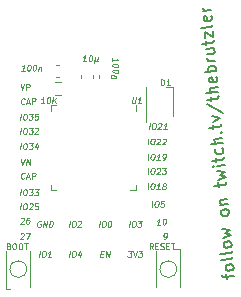
<source format=gbr>
%TF.GenerationSoftware,KiCad,Pcbnew,(5.99.0-10506-gb986797469)*%
%TF.CreationDate,2021-09-09T23:38:44+02:00*%
%TF.ProjectId,ESP31,45535033-312e-46b6-9963-61645f706362,rev?*%
%TF.SameCoordinates,Original*%
%TF.FileFunction,Legend,Top*%
%TF.FilePolarity,Positive*%
%FSLAX46Y46*%
G04 Gerber Fmt 4.6, Leading zero omitted, Abs format (unit mm)*
G04 Created by KiCad (PCBNEW (5.99.0-10506-gb986797469)) date 2021-09-09 23:38:44*
%MOMM*%
%LPD*%
G01*
G04 APERTURE LIST*
%ADD10C,0.100000*%
%ADD11C,0.150000*%
%ADD12C,0.120000*%
G04 APERTURE END LIST*
D10*
X105378258Y-108973809D02*
X105405044Y-108950000D01*
X105455639Y-108926190D01*
X105574687Y-108926190D01*
X105619330Y-108950000D01*
X105640163Y-108973809D01*
X105658020Y-109021428D01*
X105652068Y-109069047D01*
X105619330Y-109140476D01*
X105297901Y-109426190D01*
X105607425Y-109426190D01*
X106098497Y-108926190D02*
X106003258Y-108926190D01*
X105952663Y-108950000D01*
X105925877Y-108973809D01*
X105869330Y-109045238D01*
X105833616Y-109140476D01*
X105809806Y-109330952D01*
X105827663Y-109378571D01*
X105848497Y-109402380D01*
X105893139Y-109426190D01*
X105988377Y-109426190D01*
X106038973Y-109402380D01*
X106065758Y-109378571D01*
X106095520Y-109330952D01*
X106110401Y-109211904D01*
X106092544Y-109164285D01*
X106071711Y-109140476D01*
X106027068Y-109116666D01*
X105931830Y-109116666D01*
X105881235Y-109140476D01*
X105854449Y-109164285D01*
X105824687Y-109211904D01*
X116553809Y-111586190D02*
X116387142Y-111348095D01*
X116268095Y-111586190D02*
X116268095Y-111086190D01*
X116458571Y-111086190D01*
X116506190Y-111110000D01*
X116530000Y-111133809D01*
X116553809Y-111181428D01*
X116553809Y-111252857D01*
X116530000Y-111300476D01*
X116506190Y-111324285D01*
X116458571Y-111348095D01*
X116268095Y-111348095D01*
X116768095Y-111324285D02*
X116934761Y-111324285D01*
X117006190Y-111586190D02*
X116768095Y-111586190D01*
X116768095Y-111086190D01*
X117006190Y-111086190D01*
X117196666Y-111562380D02*
X117268095Y-111586190D01*
X117387142Y-111586190D01*
X117434761Y-111562380D01*
X117458571Y-111538571D01*
X117482380Y-111490952D01*
X117482380Y-111443333D01*
X117458571Y-111395714D01*
X117434761Y-111371904D01*
X117387142Y-111348095D01*
X117291904Y-111324285D01*
X117244285Y-111300476D01*
X117220476Y-111276666D01*
X117196666Y-111229047D01*
X117196666Y-111181428D01*
X117220476Y-111133809D01*
X117244285Y-111110000D01*
X117291904Y-111086190D01*
X117410952Y-111086190D01*
X117482380Y-111110000D01*
X117696666Y-111324285D02*
X117863333Y-111324285D01*
X117934761Y-111586190D02*
X117696666Y-111586190D01*
X117696666Y-111086190D01*
X117934761Y-111086190D01*
X118077619Y-111086190D02*
X118363333Y-111086190D01*
X118220476Y-111586190D02*
X118220476Y-111086190D01*
X105314568Y-101826190D02*
X105377068Y-101326190D01*
X105710401Y-101326190D02*
X105805639Y-101326190D01*
X105850282Y-101350000D01*
X105891949Y-101397619D01*
X105903854Y-101492857D01*
X105883020Y-101659523D01*
X105847306Y-101754761D01*
X105793735Y-101802380D01*
X105743139Y-101826190D01*
X105647901Y-101826190D01*
X105603258Y-101802380D01*
X105561592Y-101754761D01*
X105549687Y-101659523D01*
X105570520Y-101492857D01*
X105606235Y-101397619D01*
X105659806Y-101350000D01*
X105710401Y-101326190D01*
X106091354Y-101326190D02*
X106400877Y-101326190D01*
X106210401Y-101516666D01*
X106281830Y-101516666D01*
X106326473Y-101540476D01*
X106347306Y-101564285D01*
X106365163Y-101611904D01*
X106350282Y-101730952D01*
X106320520Y-101778571D01*
X106293735Y-101802380D01*
X106243139Y-101826190D01*
X106100282Y-101826190D01*
X106055639Y-101802380D01*
X106034806Y-101778571D01*
X106585401Y-101373809D02*
X106612187Y-101350000D01*
X106662782Y-101326190D01*
X106781830Y-101326190D01*
X106826473Y-101350000D01*
X106847306Y-101373809D01*
X106865163Y-101421428D01*
X106859211Y-101469047D01*
X106826473Y-101540476D01*
X106505044Y-101826190D01*
X106814568Y-101826190D01*
X116114568Y-104026190D02*
X116177068Y-103526190D01*
X116510401Y-103526190D02*
X116605639Y-103526190D01*
X116650282Y-103550000D01*
X116691949Y-103597619D01*
X116703854Y-103692857D01*
X116683020Y-103859523D01*
X116647306Y-103954761D01*
X116593735Y-104002380D01*
X116543139Y-104026190D01*
X116447901Y-104026190D01*
X116403258Y-104002380D01*
X116361592Y-103954761D01*
X116349687Y-103859523D01*
X116370520Y-103692857D01*
X116406235Y-103597619D01*
X116459806Y-103550000D01*
X116510401Y-103526190D01*
X117138377Y-104026190D02*
X116852663Y-104026190D01*
X116995520Y-104026190D02*
X117058020Y-103526190D01*
X117001473Y-103597619D01*
X116947901Y-103645238D01*
X116897306Y-103669047D01*
X117376473Y-104026190D02*
X117471711Y-104026190D01*
X117522306Y-104002380D01*
X117549092Y-103978571D01*
X117605639Y-103907142D01*
X117641354Y-103811904D01*
X117665163Y-103621428D01*
X117647306Y-103573809D01*
X117626473Y-103550000D01*
X117581830Y-103526190D01*
X117486592Y-103526190D01*
X117435997Y-103550000D01*
X117409211Y-103573809D01*
X117379449Y-103621428D01*
X117364568Y-103740476D01*
X117382425Y-103788095D01*
X117403258Y-103811904D01*
X117447901Y-103835714D01*
X117543139Y-103835714D01*
X117593735Y-103811904D01*
X117620520Y-103788095D01*
X117650282Y-103740476D01*
X107073235Y-109224000D02*
X107028592Y-109200190D01*
X106957163Y-109200190D01*
X106882758Y-109224000D01*
X106829187Y-109271619D01*
X106799425Y-109319238D01*
X106763711Y-109414476D01*
X106754782Y-109485904D01*
X106766687Y-109581142D01*
X106784544Y-109628761D01*
X106826211Y-109676380D01*
X106894663Y-109700190D01*
X106942282Y-109700190D01*
X107016687Y-109676380D01*
X107043473Y-109652571D01*
X107064306Y-109485904D01*
X106969068Y-109485904D01*
X107251806Y-109700190D02*
X107314306Y-109200190D01*
X107537520Y-109700190D01*
X107600020Y-109200190D01*
X107775616Y-109700190D02*
X107838116Y-109200190D01*
X107957163Y-109200190D01*
X108025616Y-109224000D01*
X108067282Y-109271619D01*
X108085139Y-109319238D01*
X108097044Y-109414476D01*
X108088116Y-109485904D01*
X108052401Y-109581142D01*
X108022639Y-109628761D01*
X107969068Y-109676380D01*
X107894663Y-109700190D01*
X107775616Y-109700190D01*
X105353258Y-110273809D02*
X105380044Y-110250000D01*
X105430639Y-110226190D01*
X105549687Y-110226190D01*
X105594330Y-110250000D01*
X105615163Y-110273809D01*
X105633020Y-110321428D01*
X105627068Y-110369047D01*
X105594330Y-110440476D01*
X105272901Y-110726190D01*
X105582425Y-110726190D01*
X105811592Y-110226190D02*
X106144925Y-110226190D01*
X105868139Y-110726190D01*
X105649092Y-105578571D02*
X105622306Y-105602380D01*
X105547901Y-105626190D01*
X105500282Y-105626190D01*
X105431830Y-105602380D01*
X105390163Y-105554761D01*
X105372306Y-105507142D01*
X105360401Y-105411904D01*
X105369330Y-105340476D01*
X105405044Y-105245238D01*
X105434806Y-105197619D01*
X105488377Y-105150000D01*
X105562782Y-105126190D01*
X105610401Y-105126190D01*
X105678854Y-105150000D01*
X105699687Y-105173809D01*
X105851473Y-105483333D02*
X106089568Y-105483333D01*
X105785997Y-105626190D02*
X106015163Y-105126190D01*
X106119330Y-105626190D01*
X106285997Y-105626190D02*
X106348497Y-105126190D01*
X106538973Y-105126190D01*
X106583616Y-105150000D01*
X106604449Y-105173809D01*
X106622306Y-105221428D01*
X106613377Y-105292857D01*
X106583616Y-105340476D01*
X106556830Y-105364285D01*
X106506235Y-105388095D01*
X106315758Y-105388095D01*
X116114568Y-102726190D02*
X116177068Y-102226190D01*
X116510401Y-102226190D02*
X116605639Y-102226190D01*
X116650282Y-102250000D01*
X116691949Y-102297619D01*
X116703854Y-102392857D01*
X116683020Y-102559523D01*
X116647306Y-102654761D01*
X116593735Y-102702380D01*
X116543139Y-102726190D01*
X116447901Y-102726190D01*
X116403258Y-102702380D01*
X116361592Y-102654761D01*
X116349687Y-102559523D01*
X116370520Y-102392857D01*
X116406235Y-102297619D01*
X116459806Y-102250000D01*
X116510401Y-102226190D01*
X116909211Y-102273809D02*
X116935997Y-102250000D01*
X116986592Y-102226190D01*
X117105639Y-102226190D01*
X117150282Y-102250000D01*
X117171116Y-102273809D01*
X117188973Y-102321428D01*
X117183020Y-102369047D01*
X117150282Y-102440476D01*
X116828854Y-102726190D01*
X117138377Y-102726190D01*
X117385401Y-102273809D02*
X117412187Y-102250000D01*
X117462782Y-102226190D01*
X117581830Y-102226190D01*
X117626473Y-102250000D01*
X117647306Y-102273809D01*
X117665163Y-102321428D01*
X117659211Y-102369047D01*
X117626473Y-102440476D01*
X117305044Y-102726190D01*
X117614568Y-102726190D01*
X107357425Y-99226190D02*
X107071711Y-99226190D01*
X107214568Y-99226190D02*
X107277068Y-98726190D01*
X107220520Y-98797619D01*
X107166949Y-98845238D01*
X107116354Y-98869047D01*
X107729449Y-98726190D02*
X107777068Y-98726190D01*
X107821711Y-98750000D01*
X107842544Y-98773809D01*
X107860401Y-98821428D01*
X107872306Y-98916666D01*
X107857425Y-99035714D01*
X107821711Y-99130952D01*
X107791949Y-99178571D01*
X107765163Y-99202380D01*
X107714568Y-99226190D01*
X107666949Y-99226190D01*
X107622306Y-99202380D01*
X107601473Y-99178571D01*
X107583616Y-99130952D01*
X107571711Y-99035714D01*
X107586592Y-98916666D01*
X107622306Y-98821428D01*
X107652068Y-98773809D01*
X107678854Y-98750000D01*
X107729449Y-98726190D01*
X108047901Y-99226190D02*
X108110401Y-98726190D01*
X108333616Y-99226190D02*
X108155044Y-98940476D01*
X108396116Y-98726190D02*
X108074687Y-99011904D01*
X105386592Y-103926190D02*
X105490758Y-104426190D01*
X105719925Y-103926190D01*
X105824092Y-104426190D02*
X105886592Y-103926190D01*
X106109806Y-104426190D01*
X106172306Y-103926190D01*
X105649092Y-99278571D02*
X105622306Y-99302380D01*
X105547901Y-99326190D01*
X105500282Y-99326190D01*
X105431830Y-99302380D01*
X105390163Y-99254761D01*
X105372306Y-99207142D01*
X105360401Y-99111904D01*
X105369330Y-99040476D01*
X105405044Y-98945238D01*
X105434806Y-98897619D01*
X105488377Y-98850000D01*
X105562782Y-98826190D01*
X105610401Y-98826190D01*
X105678854Y-98850000D01*
X105699687Y-98873809D01*
X105851473Y-99183333D02*
X106089568Y-99183333D01*
X105785997Y-99326190D02*
X106015163Y-98826190D01*
X106119330Y-99326190D01*
X106285997Y-99326190D02*
X106348497Y-98826190D01*
X106538973Y-98826190D01*
X106583616Y-98850000D01*
X106604449Y-98873809D01*
X106622306Y-98921428D01*
X106613377Y-98992857D01*
X106583616Y-99040476D01*
X106556830Y-99064285D01*
X106506235Y-99088095D01*
X106315758Y-99088095D01*
X105314568Y-103126190D02*
X105377068Y-102626190D01*
X105710401Y-102626190D02*
X105805639Y-102626190D01*
X105850282Y-102650000D01*
X105891949Y-102697619D01*
X105903854Y-102792857D01*
X105883020Y-102959523D01*
X105847306Y-103054761D01*
X105793735Y-103102380D01*
X105743139Y-103126190D01*
X105647901Y-103126190D01*
X105603258Y-103102380D01*
X105561592Y-103054761D01*
X105549687Y-102959523D01*
X105570520Y-102792857D01*
X105606235Y-102697619D01*
X105659806Y-102650000D01*
X105710401Y-102626190D01*
X106091354Y-102626190D02*
X106400877Y-102626190D01*
X106210401Y-102816666D01*
X106281830Y-102816666D01*
X106326473Y-102840476D01*
X106347306Y-102864285D01*
X106365163Y-102911904D01*
X106350282Y-103030952D01*
X106320520Y-103078571D01*
X106293735Y-103102380D01*
X106243139Y-103126190D01*
X106100282Y-103126190D01*
X106055639Y-103102380D01*
X106034806Y-103078571D01*
X106808616Y-102792857D02*
X106766949Y-103126190D01*
X106713377Y-102602380D02*
X106549687Y-102959523D01*
X106859211Y-102959523D01*
X105314568Y-100626190D02*
X105377068Y-100126190D01*
X105710401Y-100126190D02*
X105805639Y-100126190D01*
X105850282Y-100150000D01*
X105891949Y-100197619D01*
X105903854Y-100292857D01*
X105883020Y-100459523D01*
X105847306Y-100554761D01*
X105793735Y-100602380D01*
X105743139Y-100626190D01*
X105647901Y-100626190D01*
X105603258Y-100602380D01*
X105561592Y-100554761D01*
X105549687Y-100459523D01*
X105570520Y-100292857D01*
X105606235Y-100197619D01*
X105659806Y-100150000D01*
X105710401Y-100126190D01*
X106091354Y-100126190D02*
X106400877Y-100126190D01*
X106210401Y-100316666D01*
X106281830Y-100316666D01*
X106326473Y-100340476D01*
X106347306Y-100364285D01*
X106365163Y-100411904D01*
X106350282Y-100530952D01*
X106320520Y-100578571D01*
X106293735Y-100602380D01*
X106243139Y-100626190D01*
X106100282Y-100626190D01*
X106055639Y-100602380D01*
X106034806Y-100578571D01*
X106853258Y-100126190D02*
X106615163Y-100126190D01*
X106561592Y-100364285D01*
X106588377Y-100340476D01*
X106638973Y-100316666D01*
X106758020Y-100316666D01*
X106802663Y-100340476D01*
X106823497Y-100364285D01*
X106841354Y-100411904D01*
X106826473Y-100530952D01*
X106796711Y-100578571D01*
X106769925Y-100602380D01*
X106719330Y-100626190D01*
X106600282Y-100626190D01*
X106555639Y-100602380D01*
X106534806Y-100578571D01*
X114834211Y-98726190D02*
X114783616Y-99130952D01*
X114801473Y-99178571D01*
X114822306Y-99202380D01*
X114866949Y-99226190D01*
X114962187Y-99226190D01*
X115012782Y-99202380D01*
X115039568Y-99178571D01*
X115069330Y-99130952D01*
X115119925Y-98726190D01*
X115557425Y-99226190D02*
X115271711Y-99226190D01*
X115414568Y-99226190D02*
X115477068Y-98726190D01*
X115420520Y-98797619D01*
X115366949Y-98845238D01*
X115316354Y-98869047D01*
X114458116Y-111740190D02*
X114767639Y-111740190D01*
X114577163Y-111930666D01*
X114648592Y-111930666D01*
X114693235Y-111954476D01*
X114714068Y-111978285D01*
X114731925Y-112025904D01*
X114717044Y-112144952D01*
X114687282Y-112192571D01*
X114660497Y-112216380D01*
X114609901Y-112240190D01*
X114467044Y-112240190D01*
X114422401Y-112216380D01*
X114401568Y-112192571D01*
X114910497Y-111740190D02*
X115014663Y-112240190D01*
X115243830Y-111740190D01*
X115362877Y-111740190D02*
X115672401Y-111740190D01*
X115481925Y-111930666D01*
X115553354Y-111930666D01*
X115597997Y-111954476D01*
X115618830Y-111978285D01*
X115636687Y-112025904D01*
X115621806Y-112144952D01*
X115592044Y-112192571D01*
X115565258Y-112216380D01*
X115514663Y-112240190D01*
X115371806Y-112240190D01*
X115327163Y-112216380D01*
X115306330Y-112192571D01*
X111974663Y-109700190D02*
X112037163Y-109200190D01*
X112370497Y-109200190D02*
X112465735Y-109200190D01*
X112510377Y-109224000D01*
X112552044Y-109271619D01*
X112563949Y-109366857D01*
X112543116Y-109533523D01*
X112507401Y-109628761D01*
X112453830Y-109676380D01*
X112403235Y-109700190D01*
X112307997Y-109700190D01*
X112263354Y-109676380D01*
X112221687Y-109628761D01*
X112209782Y-109533523D01*
X112230616Y-109366857D01*
X112266330Y-109271619D01*
X112319901Y-109224000D01*
X112370497Y-109200190D01*
X112894306Y-109200190D02*
X112941925Y-109200190D01*
X112986568Y-109224000D01*
X113007401Y-109247809D01*
X113025258Y-109295428D01*
X113037163Y-109390666D01*
X113022282Y-109509714D01*
X112986568Y-109604952D01*
X112956806Y-109652571D01*
X112930020Y-109676380D01*
X112879425Y-109700190D01*
X112831806Y-109700190D01*
X112787163Y-109676380D01*
X112766330Y-109652571D01*
X112748473Y-109604952D01*
X112736568Y-109509714D01*
X112751449Y-109390666D01*
X112787163Y-109295428D01*
X112816925Y-109247809D01*
X112843711Y-109224000D01*
X112894306Y-109200190D01*
X109434663Y-112240190D02*
X109497163Y-111740190D01*
X109830497Y-111740190D02*
X109925735Y-111740190D01*
X109970377Y-111764000D01*
X110012044Y-111811619D01*
X110023949Y-111906857D01*
X110003116Y-112073523D01*
X109967401Y-112168761D01*
X109913830Y-112216380D01*
X109863235Y-112240190D01*
X109767997Y-112240190D01*
X109723354Y-112216380D01*
X109681687Y-112168761D01*
X109669782Y-112073523D01*
X109690616Y-111906857D01*
X109726330Y-111811619D01*
X109779901Y-111764000D01*
X109830497Y-111740190D01*
X110452520Y-111906857D02*
X110410854Y-112240190D01*
X110357282Y-111716380D02*
X110193592Y-112073523D01*
X110503116Y-112073523D01*
X117457425Y-110726190D02*
X117552663Y-110726190D01*
X117603258Y-110702380D01*
X117630044Y-110678571D01*
X117686592Y-110607142D01*
X117722306Y-110511904D01*
X117746116Y-110321428D01*
X117728258Y-110273809D01*
X117707425Y-110250000D01*
X117662782Y-110226190D01*
X117567544Y-110226190D01*
X117516949Y-110250000D01*
X117490163Y-110273809D01*
X117460401Y-110321428D01*
X117445520Y-110440476D01*
X117463377Y-110488095D01*
X117484211Y-110511904D01*
X117528854Y-110535714D01*
X117624092Y-110535714D01*
X117674687Y-110511904D01*
X117701473Y-110488095D01*
X117731235Y-110440476D01*
X105314568Y-107026190D02*
X105377068Y-106526190D01*
X105710401Y-106526190D02*
X105805639Y-106526190D01*
X105850282Y-106550000D01*
X105891949Y-106597619D01*
X105903854Y-106692857D01*
X105883020Y-106859523D01*
X105847306Y-106954761D01*
X105793735Y-107002380D01*
X105743139Y-107026190D01*
X105647901Y-107026190D01*
X105603258Y-107002380D01*
X105561592Y-106954761D01*
X105549687Y-106859523D01*
X105570520Y-106692857D01*
X105606235Y-106597619D01*
X105659806Y-106550000D01*
X105710401Y-106526190D01*
X106091354Y-106526190D02*
X106400877Y-106526190D01*
X106210401Y-106716666D01*
X106281830Y-106716666D01*
X106326473Y-106740476D01*
X106347306Y-106764285D01*
X106365163Y-106811904D01*
X106350282Y-106930952D01*
X106320520Y-106978571D01*
X106293735Y-107002380D01*
X106243139Y-107026190D01*
X106100282Y-107026190D01*
X106055639Y-107002380D01*
X106034806Y-106978571D01*
X106567544Y-106526190D02*
X106877068Y-106526190D01*
X106686592Y-106716666D01*
X106758020Y-106716666D01*
X106802663Y-106740476D01*
X106823497Y-106764285D01*
X106841354Y-106811904D01*
X106826473Y-106930952D01*
X106796711Y-106978571D01*
X106769925Y-107002380D01*
X106719330Y-107026190D01*
X106576473Y-107026190D01*
X106531830Y-107002380D01*
X106510997Y-106978571D01*
X116214568Y-101426190D02*
X116277068Y-100926190D01*
X116610401Y-100926190D02*
X116705639Y-100926190D01*
X116750282Y-100950000D01*
X116791949Y-100997619D01*
X116803854Y-101092857D01*
X116783020Y-101259523D01*
X116747306Y-101354761D01*
X116693735Y-101402380D01*
X116643139Y-101426190D01*
X116547901Y-101426190D01*
X116503258Y-101402380D01*
X116461592Y-101354761D01*
X116449687Y-101259523D01*
X116470520Y-101092857D01*
X116506235Y-100997619D01*
X116559806Y-100950000D01*
X116610401Y-100926190D01*
X117009211Y-100973809D02*
X117035997Y-100950000D01*
X117086592Y-100926190D01*
X117205639Y-100926190D01*
X117250282Y-100950000D01*
X117271116Y-100973809D01*
X117288973Y-101021428D01*
X117283020Y-101069047D01*
X117250282Y-101140476D01*
X116928854Y-101426190D01*
X117238377Y-101426190D01*
X117714568Y-101426190D02*
X117428854Y-101426190D01*
X117571711Y-101426190D02*
X117634211Y-100926190D01*
X117577663Y-100997619D01*
X117524092Y-101045238D01*
X117473497Y-101069047D01*
X105314568Y-108226190D02*
X105377068Y-107726190D01*
X105710401Y-107726190D02*
X105805639Y-107726190D01*
X105850282Y-107750000D01*
X105891949Y-107797619D01*
X105903854Y-107892857D01*
X105883020Y-108059523D01*
X105847306Y-108154761D01*
X105793735Y-108202380D01*
X105743139Y-108226190D01*
X105647901Y-108226190D01*
X105603258Y-108202380D01*
X105561592Y-108154761D01*
X105549687Y-108059523D01*
X105570520Y-107892857D01*
X105606235Y-107797619D01*
X105659806Y-107750000D01*
X105710401Y-107726190D01*
X106109211Y-107773809D02*
X106135997Y-107750000D01*
X106186592Y-107726190D01*
X106305639Y-107726190D01*
X106350282Y-107750000D01*
X106371116Y-107773809D01*
X106388973Y-107821428D01*
X106383020Y-107869047D01*
X106350282Y-107940476D01*
X106028854Y-108226190D01*
X106338377Y-108226190D01*
X106853258Y-107726190D02*
X106615163Y-107726190D01*
X106561592Y-107964285D01*
X106588377Y-107940476D01*
X106638973Y-107916666D01*
X106758020Y-107916666D01*
X106802663Y-107940476D01*
X106823497Y-107964285D01*
X106841354Y-108011904D01*
X106826473Y-108130952D01*
X106796711Y-108178571D01*
X106769925Y-108202380D01*
X106719330Y-108226190D01*
X106600282Y-108226190D01*
X106555639Y-108202380D01*
X106534806Y-108178571D01*
X112138354Y-111978285D02*
X112305020Y-111978285D01*
X112343711Y-112240190D02*
X112105616Y-112240190D01*
X112168116Y-111740190D01*
X112406211Y-111740190D01*
X112557997Y-112240190D02*
X112620497Y-111740190D01*
X112843711Y-112240190D01*
X112906211Y-111740190D01*
X105693139Y-96476190D02*
X105407425Y-96476190D01*
X105550282Y-96476190D02*
X105612782Y-95976190D01*
X105556235Y-96047619D01*
X105502663Y-96095238D01*
X105452068Y-96119047D01*
X106065163Y-95976190D02*
X106112782Y-95976190D01*
X106157425Y-96000000D01*
X106178258Y-96023809D01*
X106196116Y-96071428D01*
X106208020Y-96166666D01*
X106193139Y-96285714D01*
X106157425Y-96380952D01*
X106127663Y-96428571D01*
X106100877Y-96452380D01*
X106050282Y-96476190D01*
X106002663Y-96476190D01*
X105958020Y-96452380D01*
X105937187Y-96428571D01*
X105919330Y-96380952D01*
X105907425Y-96285714D01*
X105922306Y-96166666D01*
X105958020Y-96071428D01*
X105987782Y-96023809D01*
X106014568Y-96000000D01*
X106065163Y-95976190D01*
X106541354Y-95976190D02*
X106588973Y-95976190D01*
X106633616Y-96000000D01*
X106654449Y-96023809D01*
X106672306Y-96071428D01*
X106684211Y-96166666D01*
X106669330Y-96285714D01*
X106633616Y-96380952D01*
X106603854Y-96428571D01*
X106577068Y-96452380D01*
X106526473Y-96476190D01*
X106478854Y-96476190D01*
X106434211Y-96452380D01*
X106413377Y-96428571D01*
X106395520Y-96380952D01*
X106383616Y-96285714D01*
X106398497Y-96166666D01*
X106434211Y-96071428D01*
X106463973Y-96023809D01*
X106490758Y-96000000D01*
X106541354Y-95976190D01*
X106901473Y-96142857D02*
X106859806Y-96476190D01*
X106895520Y-96190476D02*
X106922306Y-96166666D01*
X106972901Y-96142857D01*
X107044330Y-96142857D01*
X107088973Y-96166666D01*
X107106830Y-96214285D01*
X107074092Y-96476190D01*
D11*
X122790895Y-114098634D02*
X122757693Y-113719131D01*
X123442574Y-113898216D02*
X122588693Y-113972921D01*
X122489667Y-113933784D01*
X122433929Y-113843059D01*
X122425628Y-113748183D01*
X123380320Y-113186649D02*
X123341183Y-113285675D01*
X123297895Y-113337263D01*
X123207170Y-113393001D01*
X122922543Y-113417903D01*
X122823517Y-113378765D01*
X122771929Y-113335478D01*
X122716190Y-113244753D01*
X122703740Y-113102439D01*
X122742877Y-113003413D01*
X122786165Y-112951825D01*
X122876890Y-112896087D01*
X123161517Y-112871185D01*
X123260543Y-112910322D01*
X123312131Y-112953610D01*
X123367869Y-113044335D01*
X123380320Y-113186649D01*
X123301465Y-112285330D02*
X123262328Y-112384356D01*
X123171602Y-112440094D01*
X122317721Y-112514799D01*
X123255812Y-111763513D02*
X123216675Y-111862539D01*
X123125949Y-111918278D01*
X122272068Y-111992983D01*
X123210159Y-111241697D02*
X123171022Y-111340723D01*
X123127734Y-111392311D01*
X123037009Y-111448050D01*
X122752382Y-111472951D01*
X122653356Y-111433814D01*
X122601768Y-111390526D01*
X122546029Y-111299801D01*
X122533578Y-111157487D01*
X122572716Y-111058461D01*
X122616003Y-111006873D01*
X122706729Y-110951135D01*
X122991356Y-110926233D01*
X123090382Y-110965371D01*
X123141970Y-111008658D01*
X123197708Y-111099384D01*
X123210159Y-111241697D01*
X122487925Y-110635671D02*
X123135454Y-110387816D01*
X122644475Y-110239567D01*
X123102252Y-110008313D01*
X122421521Y-109876666D01*
X122973593Y-108537740D02*
X122934456Y-108636766D01*
X122891169Y-108688354D01*
X122800443Y-108744093D01*
X122515816Y-108768994D01*
X122416790Y-108729857D01*
X122365202Y-108686569D01*
X122309464Y-108595844D01*
X122297013Y-108453530D01*
X122336150Y-108354504D01*
X122379438Y-108302916D01*
X122470163Y-108247178D01*
X122754790Y-108222276D01*
X122853816Y-108261414D01*
X122905404Y-108304701D01*
X122961143Y-108395427D01*
X122973593Y-108537740D01*
X122243059Y-107836838D02*
X122907189Y-107778735D01*
X122337935Y-107828538D02*
X122286347Y-107785250D01*
X122230608Y-107694525D01*
X122218158Y-107552211D01*
X122257295Y-107453185D01*
X122348020Y-107397447D01*
X122869837Y-107351794D01*
X122110251Y-106318827D02*
X122077048Y-105939325D01*
X121765735Y-106205566D02*
X122619616Y-106130861D01*
X122710341Y-106075123D01*
X122749479Y-105976097D01*
X122741178Y-105881221D01*
X122056297Y-105702136D02*
X122703826Y-105454280D01*
X122212846Y-105306032D01*
X122670623Y-105074778D01*
X121989893Y-104943130D01*
X122620820Y-104505523D02*
X121956690Y-104563627D01*
X121624626Y-104592679D02*
X121676214Y-104635967D01*
X121719501Y-104584379D01*
X121667913Y-104541091D01*
X121624626Y-104592679D01*
X121719501Y-104584379D01*
X121927639Y-104231562D02*
X121894436Y-103852060D01*
X121583123Y-104118301D02*
X122437004Y-104043596D01*
X122527729Y-103987857D01*
X122566867Y-103888831D01*
X122558566Y-103793956D01*
X122444724Y-103039101D02*
X122500462Y-103129826D01*
X122517063Y-103319577D01*
X122477926Y-103418603D01*
X122434639Y-103470191D01*
X122343913Y-103525930D01*
X122059286Y-103550831D01*
X121960260Y-103511694D01*
X121908672Y-103468407D01*
X121852934Y-103377681D01*
X121836332Y-103187930D01*
X121875470Y-103088904D01*
X122454809Y-102608010D02*
X121458615Y-102695165D01*
X122417457Y-102181069D02*
X121895641Y-102226722D01*
X121804915Y-102282461D01*
X121765778Y-102381487D01*
X121778229Y-102523800D01*
X121833967Y-102614525D01*
X121885555Y-102657813D01*
X122281078Y-101714991D02*
X122324366Y-101663403D01*
X122375954Y-101706691D01*
X122332667Y-101758279D01*
X122281078Y-101714991D01*
X122375954Y-101706691D01*
X121682772Y-101432730D02*
X121649570Y-101053227D01*
X121338257Y-101319468D02*
X122192138Y-101244763D01*
X122282863Y-101189025D01*
X122322001Y-101089999D01*
X122313700Y-100995123D01*
X121628819Y-100816038D02*
X122272197Y-100520745D01*
X121587316Y-100341659D01*
X121112357Y-99283791D02*
X122467884Y-100025615D01*
X121475259Y-99060838D02*
X121442057Y-98681335D01*
X121130743Y-98947576D02*
X121984624Y-98872871D01*
X122075350Y-98817133D01*
X122114487Y-98718107D01*
X122106186Y-98623231D01*
X122077134Y-98291166D02*
X121080940Y-98378322D01*
X122039782Y-97864225D02*
X121517966Y-97909878D01*
X121427240Y-97965617D01*
X121388103Y-98064643D01*
X121400554Y-98206956D01*
X121456292Y-98297682D01*
X121507880Y-98340969D01*
X121917639Y-97014495D02*
X121973378Y-97105220D01*
X121989979Y-97294971D01*
X121950841Y-97393997D01*
X121860116Y-97449736D01*
X121480613Y-97482938D01*
X121381587Y-97443801D01*
X121325849Y-97353075D01*
X121309248Y-97163324D01*
X121348385Y-97064298D01*
X121439110Y-97008559D01*
X121533986Y-97000259D01*
X121670365Y-97466337D01*
X121923574Y-96535966D02*
X120927380Y-96623122D01*
X121306882Y-96589919D02*
X121251144Y-96499194D01*
X121234543Y-96309443D01*
X121273680Y-96210417D01*
X121316968Y-96158829D01*
X121407693Y-96103090D01*
X121692320Y-96078189D01*
X121791346Y-96117326D01*
X121842934Y-96160613D01*
X121898673Y-96251339D01*
X121915274Y-96441090D01*
X121876136Y-96540116D01*
X121844719Y-95634647D02*
X121180589Y-95692751D01*
X121370341Y-95676150D02*
X121271315Y-95637012D01*
X121219727Y-95593725D01*
X121163988Y-95502999D01*
X121155688Y-95408124D01*
X121089283Y-94649118D02*
X121753413Y-94591014D01*
X121126636Y-95076059D02*
X121648452Y-95030406D01*
X121739177Y-94974667D01*
X121778315Y-94875641D01*
X121765864Y-94733328D01*
X121710125Y-94642602D01*
X121658537Y-94599315D01*
X121060231Y-94317053D02*
X121027029Y-93937551D01*
X120715716Y-94203792D02*
X121569597Y-94129087D01*
X121660322Y-94073348D01*
X121699460Y-93974322D01*
X121691159Y-93879447D01*
X121006278Y-93700361D02*
X120960625Y-93178545D01*
X121670408Y-93642257D01*
X121624755Y-93120441D01*
X121579102Y-92598625D02*
X121539964Y-92697651D01*
X121449239Y-92753389D01*
X120595358Y-92828094D01*
X121465259Y-91843770D02*
X121520998Y-91934495D01*
X121537599Y-92124246D01*
X121498462Y-92223272D01*
X121407736Y-92279011D01*
X121028233Y-92312213D01*
X120929207Y-92273076D01*
X120873469Y-92182350D01*
X120856868Y-91992599D01*
X120896005Y-91893573D01*
X120986731Y-91837835D01*
X121081606Y-91829534D01*
X121217985Y-92295612D01*
X121471194Y-91365241D02*
X120807065Y-91423345D01*
X120996816Y-91406744D02*
X120897790Y-91367606D01*
X120846202Y-91324319D01*
X120790464Y-91233593D01*
X120782163Y-91138718D01*
D10*
X114514663Y-109700190D02*
X114577163Y-109200190D01*
X114910497Y-109200190D02*
X115005735Y-109200190D01*
X115050377Y-109224000D01*
X115092044Y-109271619D01*
X115103949Y-109366857D01*
X115083116Y-109533523D01*
X115047401Y-109628761D01*
X114993830Y-109676380D01*
X114943235Y-109700190D01*
X114847997Y-109700190D01*
X114803354Y-109676380D01*
X114761687Y-109628761D01*
X114749782Y-109533523D01*
X114770616Y-109366857D01*
X114806330Y-109271619D01*
X114859901Y-109224000D01*
X114910497Y-109200190D01*
X115291449Y-109200190D02*
X115600973Y-109200190D01*
X115410497Y-109390666D01*
X115481925Y-109390666D01*
X115526568Y-109414476D01*
X115547401Y-109438285D01*
X115565258Y-109485904D01*
X115550377Y-109604952D01*
X115520616Y-109652571D01*
X115493830Y-109676380D01*
X115443235Y-109700190D01*
X115300377Y-109700190D01*
X115255735Y-109676380D01*
X115234901Y-109652571D01*
X104346428Y-111339285D02*
X104417857Y-111363095D01*
X104441666Y-111386904D01*
X104465476Y-111434523D01*
X104465476Y-111505952D01*
X104441666Y-111553571D01*
X104417857Y-111577380D01*
X104370238Y-111601190D01*
X104179761Y-111601190D01*
X104179761Y-111101190D01*
X104346428Y-111101190D01*
X104394047Y-111125000D01*
X104417857Y-111148809D01*
X104441666Y-111196428D01*
X104441666Y-111244047D01*
X104417857Y-111291666D01*
X104394047Y-111315476D01*
X104346428Y-111339285D01*
X104179761Y-111339285D01*
X104775000Y-111101190D02*
X104870238Y-111101190D01*
X104917857Y-111125000D01*
X104965476Y-111172619D01*
X104989285Y-111267857D01*
X104989285Y-111434523D01*
X104965476Y-111529761D01*
X104917857Y-111577380D01*
X104870238Y-111601190D01*
X104775000Y-111601190D01*
X104727380Y-111577380D01*
X104679761Y-111529761D01*
X104655952Y-111434523D01*
X104655952Y-111267857D01*
X104679761Y-111172619D01*
X104727380Y-111125000D01*
X104775000Y-111101190D01*
X105298809Y-111101190D02*
X105394047Y-111101190D01*
X105441666Y-111125000D01*
X105489285Y-111172619D01*
X105513095Y-111267857D01*
X105513095Y-111434523D01*
X105489285Y-111529761D01*
X105441666Y-111577380D01*
X105394047Y-111601190D01*
X105298809Y-111601190D01*
X105251190Y-111577380D01*
X105203571Y-111529761D01*
X105179761Y-111434523D01*
X105179761Y-111267857D01*
X105203571Y-111172619D01*
X105251190Y-111125000D01*
X105298809Y-111101190D01*
X105655952Y-111101190D02*
X105941666Y-111101190D01*
X105798809Y-111601190D02*
X105798809Y-111101190D01*
X116452663Y-108026190D02*
X116515163Y-107526190D01*
X116848497Y-107526190D02*
X116943735Y-107526190D01*
X116988377Y-107550000D01*
X117030044Y-107597619D01*
X117041949Y-107692857D01*
X117021116Y-107859523D01*
X116985401Y-107954761D01*
X116931830Y-108002380D01*
X116881235Y-108026190D01*
X116785997Y-108026190D01*
X116741354Y-108002380D01*
X116699687Y-107954761D01*
X116687782Y-107859523D01*
X116708616Y-107692857D01*
X116744330Y-107597619D01*
X116797901Y-107550000D01*
X116848497Y-107526190D01*
X117515163Y-107526190D02*
X117277068Y-107526190D01*
X117223497Y-107764285D01*
X117250282Y-107740476D01*
X117300877Y-107716666D01*
X117419925Y-107716666D01*
X117464568Y-107740476D01*
X117485401Y-107764285D01*
X117503258Y-107811904D01*
X117488377Y-107930952D01*
X117458616Y-107978571D01*
X117431830Y-108002380D01*
X117381235Y-108026190D01*
X117262187Y-108026190D01*
X117217544Y-108002380D01*
X117196711Y-107978571D01*
X116114568Y-106526190D02*
X116177068Y-106026190D01*
X116510401Y-106026190D02*
X116605639Y-106026190D01*
X116650282Y-106050000D01*
X116691949Y-106097619D01*
X116703854Y-106192857D01*
X116683020Y-106359523D01*
X116647306Y-106454761D01*
X116593735Y-106502380D01*
X116543139Y-106526190D01*
X116447901Y-106526190D01*
X116403258Y-106502380D01*
X116361592Y-106454761D01*
X116349687Y-106359523D01*
X116370520Y-106192857D01*
X116406235Y-106097619D01*
X116459806Y-106050000D01*
X116510401Y-106026190D01*
X117138377Y-106526190D02*
X116852663Y-106526190D01*
X116995520Y-106526190D02*
X117058020Y-106026190D01*
X117001473Y-106097619D01*
X116947901Y-106145238D01*
X116897306Y-106169047D01*
X117459806Y-106240476D02*
X117415163Y-106216666D01*
X117394330Y-106192857D01*
X117376473Y-106145238D01*
X117379449Y-106121428D01*
X117409211Y-106073809D01*
X117435997Y-106050000D01*
X117486592Y-106026190D01*
X117581830Y-106026190D01*
X117626473Y-106050000D01*
X117647306Y-106073809D01*
X117665163Y-106121428D01*
X117662187Y-106145238D01*
X117632425Y-106192857D01*
X117605639Y-106216666D01*
X117555044Y-106240476D01*
X117459806Y-106240476D01*
X117409211Y-106264285D01*
X117382425Y-106288095D01*
X117352663Y-106335714D01*
X117340758Y-106430952D01*
X117358616Y-106478571D01*
X117379449Y-106502380D01*
X117424092Y-106526190D01*
X117519330Y-106526190D01*
X117569925Y-106502380D01*
X117596711Y-106478571D01*
X117626473Y-106430952D01*
X117638377Y-106335714D01*
X117620520Y-106288095D01*
X117599687Y-106264285D01*
X117555044Y-106240476D01*
X116114568Y-105226190D02*
X116177068Y-104726190D01*
X116510401Y-104726190D02*
X116605639Y-104726190D01*
X116650282Y-104750000D01*
X116691949Y-104797619D01*
X116703854Y-104892857D01*
X116683020Y-105059523D01*
X116647306Y-105154761D01*
X116593735Y-105202380D01*
X116543139Y-105226190D01*
X116447901Y-105226190D01*
X116403258Y-105202380D01*
X116361592Y-105154761D01*
X116349687Y-105059523D01*
X116370520Y-104892857D01*
X116406235Y-104797619D01*
X116459806Y-104750000D01*
X116510401Y-104726190D01*
X116909211Y-104773809D02*
X116935997Y-104750000D01*
X116986592Y-104726190D01*
X117105639Y-104726190D01*
X117150282Y-104750000D01*
X117171116Y-104773809D01*
X117188973Y-104821428D01*
X117183020Y-104869047D01*
X117150282Y-104940476D01*
X116828854Y-105226190D01*
X117138377Y-105226190D01*
X117367544Y-104726190D02*
X117677068Y-104726190D01*
X117486592Y-104916666D01*
X117558020Y-104916666D01*
X117602663Y-104940476D01*
X117623497Y-104964285D01*
X117641354Y-105011904D01*
X117626473Y-105130952D01*
X117596711Y-105178571D01*
X117569925Y-105202380D01*
X117519330Y-105226190D01*
X117376473Y-105226190D01*
X117331830Y-105202380D01*
X117310997Y-105178571D01*
X106894663Y-112240190D02*
X106957163Y-111740190D01*
X107290497Y-111740190D02*
X107385735Y-111740190D01*
X107430377Y-111764000D01*
X107472044Y-111811619D01*
X107483949Y-111906857D01*
X107463116Y-112073523D01*
X107427401Y-112168761D01*
X107373830Y-112216380D01*
X107323235Y-112240190D01*
X107227997Y-112240190D01*
X107183354Y-112216380D01*
X107141687Y-112168761D01*
X107129782Y-112073523D01*
X107150616Y-111906857D01*
X107186330Y-111811619D01*
X107239901Y-111764000D01*
X107290497Y-111740190D01*
X107918473Y-112240190D02*
X107632758Y-112240190D01*
X107775616Y-112240190D02*
X107838116Y-111740190D01*
X107781568Y-111811619D01*
X107727997Y-111859238D01*
X107677401Y-111883047D01*
X110895520Y-95696190D02*
X110609806Y-95696190D01*
X110752663Y-95696190D02*
X110815163Y-95196190D01*
X110758616Y-95267619D01*
X110705044Y-95315238D01*
X110654449Y-95339047D01*
X111267544Y-95196190D02*
X111315163Y-95196190D01*
X111359806Y-95220000D01*
X111380639Y-95243809D01*
X111398497Y-95291428D01*
X111410401Y-95386666D01*
X111395520Y-95505714D01*
X111359806Y-95600952D01*
X111330044Y-95648571D01*
X111303258Y-95672380D01*
X111252663Y-95696190D01*
X111205044Y-95696190D01*
X111160401Y-95672380D01*
X111139568Y-95648571D01*
X111121711Y-95600952D01*
X111109806Y-95505714D01*
X111124687Y-95386666D01*
X111160401Y-95291428D01*
X111190163Y-95243809D01*
X111216949Y-95220000D01*
X111267544Y-95196190D01*
X111627663Y-95362857D02*
X111565163Y-95862857D01*
X111833020Y-95624761D02*
X111850877Y-95672380D01*
X111895520Y-95696190D01*
X111594925Y-95624761D02*
X111612782Y-95672380D01*
X111657425Y-95696190D01*
X111752663Y-95696190D01*
X111803258Y-95672380D01*
X111833020Y-95624761D01*
X111865758Y-95362857D01*
X105348497Y-97626190D02*
X105452663Y-98126190D01*
X105681830Y-97626190D01*
X105785997Y-98126190D02*
X105848497Y-97626190D01*
X106038973Y-97626190D01*
X106083616Y-97650000D01*
X106104449Y-97673809D01*
X106122306Y-97721428D01*
X106113377Y-97792857D01*
X106083616Y-97840476D01*
X106056830Y-97864285D01*
X106006235Y-97888095D01*
X105815758Y-97888095D01*
X117157425Y-109526190D02*
X116871711Y-109526190D01*
X117014568Y-109526190D02*
X117077068Y-109026190D01*
X117020520Y-109097619D01*
X116966949Y-109145238D01*
X116916354Y-109169047D01*
X117529449Y-109026190D02*
X117577068Y-109026190D01*
X117621711Y-109050000D01*
X117642544Y-109073809D01*
X117660401Y-109121428D01*
X117672306Y-109216666D01*
X117657425Y-109335714D01*
X117621711Y-109430952D01*
X117591949Y-109478571D01*
X117565163Y-109502380D01*
X117514568Y-109526190D01*
X117466949Y-109526190D01*
X117422306Y-109502380D01*
X117401473Y-109478571D01*
X117383616Y-109430952D01*
X117371711Y-109335714D01*
X117386592Y-109216666D01*
X117422306Y-109121428D01*
X117452068Y-109073809D01*
X117478854Y-109050000D01*
X117529449Y-109026190D01*
X113133809Y-95693139D02*
X113133809Y-95407425D01*
X113133809Y-95550282D02*
X113633809Y-95612782D01*
X113562380Y-95556235D01*
X113514761Y-95502663D01*
X113490952Y-95452068D01*
X113633809Y-96065163D02*
X113633809Y-96112782D01*
X113610000Y-96157425D01*
X113586190Y-96178258D01*
X113538571Y-96196116D01*
X113443333Y-96208020D01*
X113324285Y-96193139D01*
X113229047Y-96157425D01*
X113181428Y-96127663D01*
X113157619Y-96100877D01*
X113133809Y-96050282D01*
X113133809Y-96002663D01*
X113157619Y-95958020D01*
X113181428Y-95937187D01*
X113229047Y-95919330D01*
X113324285Y-95907425D01*
X113443333Y-95922306D01*
X113538571Y-95958020D01*
X113586190Y-95987782D01*
X113610000Y-96014568D01*
X113633809Y-96065163D01*
X113633809Y-96541354D02*
X113633809Y-96588973D01*
X113610000Y-96633616D01*
X113586190Y-96654449D01*
X113538571Y-96672306D01*
X113443333Y-96684211D01*
X113324285Y-96669330D01*
X113229047Y-96633616D01*
X113181428Y-96603854D01*
X113157619Y-96577068D01*
X113133809Y-96526473D01*
X113133809Y-96478854D01*
X113157619Y-96434211D01*
X113181428Y-96413377D01*
X113229047Y-96395520D01*
X113324285Y-96383616D01*
X113443333Y-96398497D01*
X113538571Y-96434211D01*
X113586190Y-96463973D01*
X113610000Y-96490758D01*
X113633809Y-96541354D01*
X113467142Y-96901473D02*
X113133809Y-96859806D01*
X113419523Y-96895520D02*
X113443333Y-96922306D01*
X113467142Y-96972901D01*
X113467142Y-97044330D01*
X113443333Y-97088973D01*
X113395714Y-97106830D01*
X113133809Y-97074092D01*
X109434663Y-109700190D02*
X109497163Y-109200190D01*
X109830497Y-109200190D02*
X109925735Y-109200190D01*
X109970377Y-109224000D01*
X110012044Y-109271619D01*
X110023949Y-109366857D01*
X110003116Y-109533523D01*
X109967401Y-109628761D01*
X109913830Y-109676380D01*
X109863235Y-109700190D01*
X109767997Y-109700190D01*
X109723354Y-109676380D01*
X109681687Y-109628761D01*
X109669782Y-109533523D01*
X109690616Y-109366857D01*
X109726330Y-109271619D01*
X109779901Y-109224000D01*
X109830497Y-109200190D01*
X110229306Y-109247809D02*
X110256092Y-109224000D01*
X110306687Y-109200190D01*
X110425735Y-109200190D01*
X110470377Y-109224000D01*
X110491211Y-109247809D01*
X110509068Y-109295428D01*
X110503116Y-109343047D01*
X110470377Y-109414476D01*
X110148949Y-109700190D01*
X110458473Y-109700190D01*
D11*
%TO.C,*%
D10*
%TO.C,D1*%
X117230952Y-97706190D02*
X117230952Y-97206190D01*
X117350000Y-97206190D01*
X117421428Y-97230000D01*
X117469047Y-97277619D01*
X117492857Y-97325238D01*
X117516666Y-97420476D01*
X117516666Y-97491904D01*
X117492857Y-97587142D01*
X117469047Y-97634761D01*
X117421428Y-97682380D01*
X117350000Y-97706190D01*
X117230952Y-97706190D01*
X117992857Y-97706190D02*
X117707142Y-97706190D01*
X117850000Y-97706190D02*
X117850000Y-97206190D01*
X117802380Y-97277619D01*
X117754761Y-97325238D01*
X117707142Y-97349047D01*
D11*
%TO.C,*%
D12*
%TO.C,C1*%
X108359420Y-95990000D02*
X108640580Y-95990000D01*
X108359420Y-97010000D02*
X108640580Y-97010000D01*
%TO.C,C2*%
X111510000Y-96859420D02*
X111510000Y-97140580D01*
X110490000Y-96859420D02*
X110490000Y-97140580D01*
%TO.C,C3*%
X113010000Y-96859420D02*
X113010000Y-97140580D01*
X111990000Y-96859420D02*
X111990000Y-97140580D01*
%TO.C,U1*%
X107890000Y-99865000D02*
X107890000Y-99390000D01*
X107890000Y-106135000D02*
X107890000Y-106610000D01*
X115110000Y-99865000D02*
X115110000Y-99390000D01*
X107890000Y-106610000D02*
X108365000Y-106610000D01*
X115110000Y-106610000D02*
X114635000Y-106610000D01*
X115110000Y-106135000D02*
X115110000Y-106610000D01*
X107890000Y-99390000D02*
X108365000Y-99390000D01*
%TO.C,R1*%
X108737258Y-98522500D02*
X108262742Y-98522500D01*
X108737258Y-97477500D02*
X108262742Y-97477500D01*
%TO.C,SW1*%
X118856000Y-114784000D02*
X118856000Y-111584000D01*
X116856000Y-111784000D02*
X116856000Y-114784000D01*
X118856000Y-111584000D02*
X118356000Y-111584000D01*
X118563107Y-113284000D02*
G75*
G03*
X118563107Y-113284000I-707107J0D01*
G01*
%TO.C,SW2*%
X104156000Y-114984000D02*
X104456000Y-114984000D01*
X104156000Y-114784000D02*
X104156000Y-114984000D01*
X104156000Y-114784000D02*
X104156000Y-111784000D01*
X106156000Y-111784000D02*
X106156000Y-114784000D01*
X105863107Y-113284000D02*
G75*
G03*
X105863107Y-113284000I-707107J0D01*
G01*
%TO.C,D1*%
X117650000Y-97890000D02*
X118250000Y-97890000D01*
X118250000Y-97890000D02*
X118250000Y-100340000D01*
X115950000Y-97890000D02*
X115950000Y-100790000D01*
%TD*%
M02*

</source>
